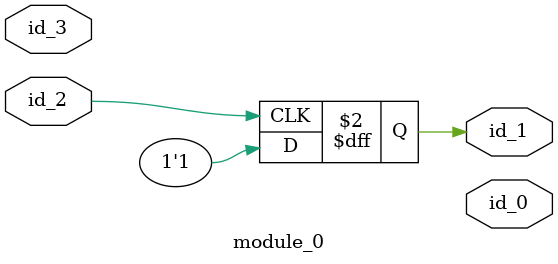
<source format=v>
module module_0 (
    output id_0,
    output id_1,
    input  id_2,
    input  id_3
);
  always @(negedge id_2) begin
    id_1 <= id_2;
    id_1 = 1;
  end
endmodule

</source>
